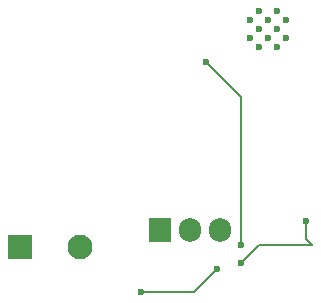
<source format=gbr>
%TF.GenerationSoftware,KiCad,Pcbnew,9.0.0*%
%TF.CreationDate,2025-04-07T22:33:31+05:30*%
%TF.ProjectId,pcb,7063622e-6b69-4636-9164-5f7063625858,rev?*%
%TF.SameCoordinates,Original*%
%TF.FileFunction,Copper,L2,Bot*%
%TF.FilePolarity,Positive*%
%FSLAX46Y46*%
G04 Gerber Fmt 4.6, Leading zero omitted, Abs format (unit mm)*
G04 Created by KiCad (PCBNEW 9.0.0) date 2025-04-07 22:33:31*
%MOMM*%
%LPD*%
G01*
G04 APERTURE LIST*
G04 Aperture macros list*
%AMRoundRect*
0 Rectangle with rounded corners*
0 $1 Rounding radius*
0 $2 $3 $4 $5 $6 $7 $8 $9 X,Y pos of 4 corners*
0 Add a 4 corners polygon primitive as box body*
4,1,4,$2,$3,$4,$5,$6,$7,$8,$9,$2,$3,0*
0 Add four circle primitives for the rounded corners*
1,1,$1+$1,$2,$3*
1,1,$1+$1,$4,$5*
1,1,$1+$1,$6,$7*
1,1,$1+$1,$8,$9*
0 Add four rect primitives between the rounded corners*
20,1,$1+$1,$2,$3,$4,$5,0*
20,1,$1+$1,$4,$5,$6,$7,0*
20,1,$1+$1,$6,$7,$8,$9,0*
20,1,$1+$1,$8,$9,$2,$3,0*%
G04 Aperture macros list end*
%TA.AperFunction,ComponentPad*%
%ADD10RoundRect,0.250001X-0.799999X-0.799999X0.799999X-0.799999X0.799999X0.799999X-0.799999X0.799999X0*%
%TD*%
%TA.AperFunction,ComponentPad*%
%ADD11C,2.100000*%
%TD*%
%TA.AperFunction,ComponentPad*%
%ADD12R,1.905000X2.000000*%
%TD*%
%TA.AperFunction,ComponentPad*%
%ADD13O,1.905000X2.000000*%
%TD*%
%TA.AperFunction,HeatsinkPad*%
%ADD14C,0.600000*%
%TD*%
%TA.AperFunction,ViaPad*%
%ADD15C,0.600000*%
%TD*%
%TA.AperFunction,Conductor*%
%ADD16C,0.200000*%
%TD*%
G04 APERTURE END LIST*
D10*
%TO.P,M2,1,+*%
%TO.N,+12V*%
X119290000Y-103710000D03*
D11*
%TO.P,M2,2,-*%
%TO.N,Net-(M2--)*%
X124370000Y-103710000D03*
%TD*%
D12*
%TO.P,Q2,1,G*%
%TO.N,Net-(Q2-G)*%
X131180000Y-102210000D03*
D13*
%TO.P,Q2,2,D*%
%TO.N,Net-(M2--)*%
X133720000Y-102210000D03*
%TO.P,Q2,3,S*%
%TO.N,/gnd*%
X136260000Y-102210000D03*
%TD*%
D14*
%TO.P,U1,39,GND*%
%TO.N,GND*%
X138795000Y-84442500D03*
X138795000Y-85967500D03*
X139557500Y-83680000D03*
X139557500Y-85205000D03*
X139557500Y-86730000D03*
X140320000Y-84442500D03*
X140320000Y-85967500D03*
X141082500Y-83680000D03*
X141082500Y-85205000D03*
X141082500Y-86730000D03*
X141845000Y-84442500D03*
X141845000Y-85967500D03*
%TD*%
D15*
%TO.N,Net-(M2--)*%
X129500000Y-107500000D03*
X136000000Y-105500000D03*
%TO.N,/gnd*%
X138000000Y-105000000D03*
X143500000Y-101500000D03*
%TO.N,Net-(U1-IO25)*%
X138000000Y-103500000D03*
X135000000Y-88000000D03*
%TD*%
D16*
%TO.N,Net-(M2--)*%
X129500000Y-107500000D02*
X134000000Y-107500000D01*
X134000000Y-107500000D02*
X136000000Y-105500000D01*
%TO.N,/gnd*%
X143500000Y-103000000D02*
X143500000Y-101500000D01*
X138000000Y-105000000D02*
X139500000Y-103500000D01*
X144000000Y-103500000D02*
X143500000Y-103000000D01*
X139500000Y-103500000D02*
X144000000Y-103500000D01*
%TO.N,Net-(U1-IO25)*%
X138000000Y-103500000D02*
X138000000Y-98500000D01*
X138000000Y-98500000D02*
X138000000Y-91000000D01*
X138000000Y-91000000D02*
X135000000Y-88000000D01*
%TD*%
M02*

</source>
